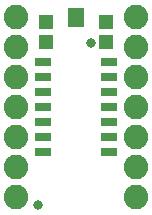
<source format=gbr>
G04 EAGLE Gerber RS-274X export*
G75*
%MOMM*%
%FSLAX34Y34*%
%LPD*%
%INSoldermask Top*%
%IPPOS*%
%AMOC8*
5,1,8,0,0,1.08239X$1,22.5*%
G01*
%ADD10R,1.403200X0.803200*%
%ADD11R,1.203200X1.303200*%
%ADD12R,1.473200X0.838200*%
%ADD13C,2.082800*%
%ADD14C,0.838200*%


D10*
X35500Y127000D03*
X35500Y114300D03*
X35500Y101600D03*
X35500Y88900D03*
X35500Y76200D03*
X35500Y63500D03*
X35500Y50800D03*
X91500Y50800D03*
X91500Y63500D03*
X91500Y76200D03*
X91500Y88900D03*
X91500Y101600D03*
X91500Y114300D03*
X91500Y127000D03*
D11*
X38100Y143900D03*
X38100Y160900D03*
D12*
X63500Y169109D03*
X63500Y160973D03*
D13*
X12700Y12700D03*
X12700Y38100D03*
X12700Y63500D03*
X12700Y88900D03*
X12700Y114300D03*
X12700Y139700D03*
X12700Y165100D03*
X114300Y12700D03*
X114300Y38100D03*
X114300Y63500D03*
X114300Y88900D03*
X114300Y114300D03*
X114300Y139700D03*
X114300Y165100D03*
D11*
X88900Y143900D03*
X88900Y160900D03*
D14*
X76200Y143764D03*
X31750Y6350D03*
M02*

</source>
